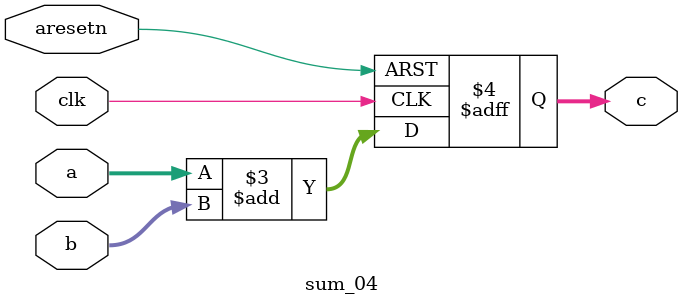
<source format=sv>
module sum_04 (
    input  logic       clk,
    input  logic       aresetn,
    input  logic [31:0] a,
    input  logic [31:0] b,
    output logic [31:0] c
);

    always_ff @( posedge clk or negedge aresetn ) begin
        if(!aresetn) c <= 'b0;
        else c <= a + b;
    end

endmodule

</source>
